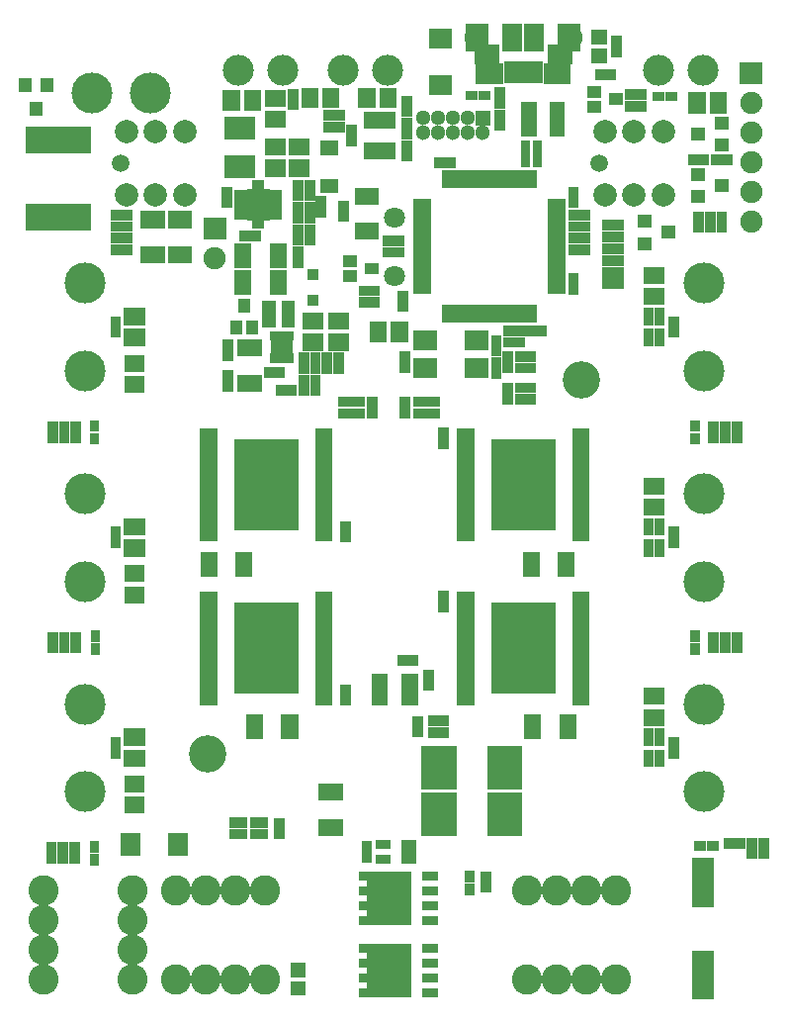
<source format=gbr>
G04 start of page 10 for group -4063 idx -4063 *
G04 Title: (unknown), componentmask *
G04 Creator: pcb 1.99z *
G04 CreationDate: Tue 02 Sep 2014 22:15:35 GMT UTC *
G04 For: rbarlow *
G04 Format: Gerber/RS-274X *
G04 PCB-Dimensions (mm): 85.00 105.00 *
G04 PCB-Coordinate-Origin: lower left *
%MOMM*%
%FSLAX43Y43*%
%LNTOPMASK*%
%ADD183R,1.900X1.900*%
%ADD182R,1.500X1.500*%
%ADD181R,3.830X3.830*%
%ADD180R,3.000X3.000*%
%ADD179R,1.150X1.150*%
%ADD178R,5.500X5.500*%
%ADD177R,1.200X1.200*%
%ADD176R,1.300X1.300*%
%ADD175R,1.250X1.250*%
%ADD174R,0.750X0.750*%
%ADD173R,1.650X1.650*%
%ADD172R,1.925X1.925*%
%ADD171R,1.675X1.675*%
%ADD170R,1.760X1.760*%
%ADD169R,1.700X1.700*%
%ADD168R,0.800X0.800*%
%ADD167R,0.950X0.950*%
%ADD166R,0.900X0.900*%
%ADD165R,0.550X0.550*%
%ADD164R,1.210X1.210*%
%ADD163R,1.950X1.950*%
%ADD162R,1.450X1.450*%
%ADD161R,2.300X2.300*%
%ADD160R,1.100X1.100*%
%ADD159R,0.700X0.700*%
%ADD158R,1.000X1.000*%
%ADD157R,0.600X0.600*%
%ADD156R,0.920X0.920*%
%ADD155C,1.500*%
%ADD154C,2.000*%
%ADD153C,3.200*%
%ADD152C,2.600*%
%ADD151C,1.800*%
%ADD150C,2.650*%
%ADD149C,1.400*%
%ADD148C,1.900*%
%ADD147C,0.002*%
%ADD146C,1.300*%
%ADD145C,3.500*%
G54D145*X69000Y29250D03*
Y36750D03*
Y65250D03*
Y72750D03*
Y47250D03*
Y54750D03*
G54D146*X47500Y86900D03*
Y85630D03*
X46230Y86900D03*
Y85630D03*
G54D147*G36*
X49390Y87550D02*Y86250D01*
X50690D01*
Y87550D01*
X49390D01*
G37*
G54D146*X50040Y85630D03*
X48770Y86900D03*
Y85630D03*
G54D148*X49400Y93750D03*
G54D149*X51075Y90670D03*
G54D146*X44960Y86900D03*
G54D150*X32905Y91000D03*
X29095D03*
X41905D03*
X38095D03*
G54D146*X44960Y85630D03*
G54D147*G36*
X26150Y78390D02*Y76490D01*
X28050D01*
Y78390D01*
X26150D01*
G37*
G54D151*X42500Y78400D03*
Y73400D03*
G54D145*X16000Y54750D03*
Y47250D03*
Y72750D03*
Y65250D03*
G54D148*X27100Y74900D03*
G54D145*X16000Y36750D03*
Y29250D03*
G54D152*X12390Y13190D03*
Y15730D03*
Y18270D03*
Y20810D03*
X20010Y13190D03*
X23790D03*
X26330D03*
X28870D03*
X31410D03*
X20010Y15730D03*
Y18270D03*
G54D153*X26500Y32500D03*
G54D152*X20010Y20810D03*
X23790D03*
X26330D03*
X28870D03*
X31410D03*
X53790D03*
X56330D03*
X58870D03*
X61410D03*
X53790Y13190D03*
X56330D03*
X58870D03*
X61410D03*
G54D147*G36*
X72050Y91690D02*Y89790D01*
X73950D01*
Y91690D01*
X72050D01*
G37*
G54D148*X57600Y93750D03*
G54D149*X55925Y90670D03*
G54D150*X68905Y91000D03*
X65095D03*
G54D148*X73000Y88200D03*
Y85660D03*
Y83120D03*
Y80580D03*
Y78040D03*
G54D154*X65500Y80300D03*
X63000D03*
X60500D03*
G54D155*X60000Y83000D03*
G54D153*X58500Y64500D03*
G54D154*X65500Y85700D03*
X63000D03*
X60500D03*
X24500Y80300D03*
Y85700D03*
G54D155*X19000Y83000D03*
G54D154*X22000Y80300D03*
X19500D03*
X22000Y85700D03*
X19500D03*
G54D145*X21600Y89000D03*
X16600D03*
G54D156*X58749Y75600D02*X58751D01*
X57849D02*X57851D01*
X58749Y76600D02*X58751D01*
X57849D02*X57851D01*
G54D157*X55900Y77150D02*X56800D01*
X55900Y72150D02*X56800D01*
X55900Y72650D02*X56800D01*
X55900Y73150D02*X56800D01*
G54D156*X57800Y73151D02*Y73149D01*
G54D157*X55900Y73650D02*X56800D01*
X55900Y74150D02*X56800D01*
X55900Y74650D02*X56800D01*
X55900Y75150D02*X56800D01*
X55900Y75650D02*X56800D01*
X55900Y76150D02*X56800D01*
X55900Y76650D02*X56800D01*
G54D158*X56250Y85850D02*X56550D01*
X56250Y86800D02*X56550D01*
X56250Y87750D02*X56550D01*
X59450Y87850D02*X59650D01*
X53850Y87750D02*X54150D01*
X53850Y86800D02*X54150D01*
X53850Y85850D02*X54150D01*
G54D159*X53650Y84600D02*X53750D01*
G54D157*X53600Y84050D02*X53800D01*
X53600Y83550D02*X53800D01*
G54D159*X53650Y83000D02*X53750D01*
G54D157*X53850Y82100D02*Y81200D01*
G54D159*X54650Y84600D02*X54750D01*
G54D157*X54600Y84050D02*X54800D01*
X54600Y83550D02*X54800D01*
G54D159*X54650Y83000D02*X54750D01*
G54D157*X54350Y82100D02*Y81200D01*
G54D156*X58749Y78600D02*X58751D01*
X57849D02*X57851D01*
X58749Y77600D02*X58751D01*
X57849D02*X57851D01*
G54D157*X55900Y77650D02*X56800D01*
X55900Y78150D02*X56800D01*
X55900Y78650D02*X56800D01*
X55900Y79150D02*X56800D01*
X55900Y79650D02*X56800D01*
G54D156*X57800Y79651D02*Y79649D01*
Y80551D02*Y80549D01*
G54D160*X12750Y89750D02*Y89650D01*
X10850Y89750D02*Y89650D01*
X11800Y87750D02*Y87650D01*
G54D161*X12050Y85000D02*X15350D01*
X12050Y78400D02*X15350D01*
G54D156*X18649Y75600D02*X18651D01*
X19549D02*X19551D01*
X19549Y78600D02*X19551D01*
X18649D02*X18651D01*
X18649Y76600D02*X18651D01*
X19549D02*X19551D01*
X18649Y77600D02*X18651D01*
X19549D02*X19551D01*
G54D162*X23775Y78200D02*X24425D01*
X23775Y75200D02*X24425D01*
X21475Y78200D02*X22125D01*
X21475Y75200D02*X22125D01*
G54D156*X33800Y88951D02*Y88949D01*
Y88051D02*Y88049D01*
G54D162*X35200Y88750D02*Y88450D01*
X32150Y86800D02*X32450D01*
X32150Y88600D02*X32450D01*
X28500Y88550D02*Y88250D01*
X30300Y88550D02*Y88250D01*
G54D163*X28875Y86050D02*X29525D01*
G54D156*X37749Y87100D02*X37751D01*
X36849D02*X36851D01*
G54D162*X37000Y88750D02*Y88450D01*
G54D163*X28875Y82750D02*X29525D01*
G54D162*X32150Y82600D02*X32450D01*
X32150Y84400D02*X32450D01*
X34150D02*X34450D01*
X34150Y82600D02*X34450D01*
G54D156*X35200Y81151D02*Y81149D01*
X34200Y81151D02*Y81149D01*
X38800Y85851D02*Y85849D01*
X37749Y86100D02*X37751D01*
X36849D02*X36851D01*
X38800Y84951D02*Y84949D01*
G54D164*X36745Y84335D02*X37055D01*
G54D156*X38100Y78451D02*Y78449D01*
Y79351D02*Y79349D01*
G54D164*X36745Y81065D02*X37055D01*
G54D156*X36200Y79751D02*Y79749D01*
Y78851D02*Y78849D01*
X35200Y80251D02*Y80249D01*
X34200Y80251D02*Y80249D01*
X35200Y79251D02*Y79249D01*
Y78351D02*Y78349D01*
X34200Y78351D02*Y78349D01*
Y79251D02*Y79249D01*
G54D165*X31975Y80000D02*X32575D01*
X31975Y80500D02*X32575D01*
G54D162*X32500Y75425D02*Y74775D01*
X29500Y75425D02*Y74775D01*
G54D156*X30549Y76800D02*X30551D01*
X29649D02*X29651D01*
X34200Y76451D02*Y76449D01*
G54D158*X38550Y74650D02*X38750D01*
X38550Y73350D02*X38750D01*
G54D156*X34200Y75451D02*Y75449D01*
Y74551D02*Y74549D01*
X35200Y76451D02*Y76449D01*
X34200Y77351D02*Y77349D01*
X35200Y77351D02*Y77349D01*
G54D162*X32500Y73125D02*Y72475D01*
G54D166*X35500Y73501D02*Y73499D01*
G54D162*X29500Y73125D02*Y72475D01*
G54D156*X28100Y80551D02*Y80549D01*
Y79651D02*Y79649D01*
G54D165*X29025Y78500D02*X29625D01*
X29025Y79000D02*X29625D01*
X29025Y79500D02*X29625D01*
X29025Y80000D02*X29625D01*
X29025Y80500D02*X29625D01*
X31975Y78500D02*X32575D01*
X31975Y79000D02*X32575D01*
X31975Y79500D02*X32575D01*
G54D163*X30800Y79875D02*Y79125D01*
G54D165*X31050Y81275D02*Y77725D01*
X30550Y81275D02*Y77725D01*
X31050Y81225D02*Y80975D01*
X30550Y81225D02*Y80975D01*
G54D167*X31250Y80300D02*Y79950D01*
X30350Y80300D02*Y79950D01*
X31250Y79050D02*Y78700D01*
X30350Y79050D02*Y78700D01*
G54D165*X31050Y78025D02*Y77775D01*
X30550Y78025D02*Y77775D01*
G54D168*X50050Y88800D02*X50250D01*
X48950D02*X49150D01*
G54D156*X43500Y87451D02*Y87449D01*
G54D169*X46280Y89700D02*X46520D01*
G54D156*X51500Y88151D02*Y88149D01*
Y89051D02*Y89049D01*
X43500Y88351D02*Y88349D01*
G54D169*X46280Y93700D02*X46520D01*
G54D170*X50330Y90670D02*X50870D01*
G54D171*X54437Y94113D02*Y93387D01*
G54D172*X57437Y93988D02*Y93513D01*
G54D173*X56387Y92325D02*X56862D01*
G54D156*X51500Y87151D02*Y87149D01*
G54D171*X52563Y94113D02*Y93387D01*
G54D172*X49563Y93988D02*Y93513D01*
G54D173*X50138Y92325D02*X50613D01*
G54D159*X52200Y91400D02*Y90200D01*
X52850Y91400D02*Y90200D01*
G54D170*X56130Y90670D02*X56670D01*
G54D159*X54150Y91400D02*Y90200D01*
X54800Y91400D02*Y90200D01*
G54D156*X43500Y86451D02*Y86449D01*
Y85551D02*Y85549D01*
Y83651D02*Y83649D01*
Y84551D02*Y84549D01*
G54D162*X41900Y88750D02*Y88450D01*
X40100Y88750D02*Y88450D01*
G54D174*X40225Y84425D02*Y83775D01*
X40875Y84425D02*Y83775D01*
X41525Y84425D02*Y83775D01*
X42175Y84425D02*Y83775D01*
X40225Y87025D02*Y86375D01*
X40875Y87025D02*Y86375D01*
X41525Y87025D02*Y86375D01*
X42175Y87025D02*Y86375D01*
G54D158*X40450Y74000D02*X40650D01*
G54D157*X44400Y73650D02*X45300D01*
X44400Y73150D02*X45300D01*
X44400Y72650D02*X45300D01*
X44400Y72150D02*X45300D01*
G54D156*X42849Y75400D02*X42851D01*
X41949D02*X41951D01*
X42849Y76400D02*X42851D01*
X41949D02*X41951D01*
G54D162*X39775Y77200D02*X40425D01*
X39775Y80200D02*X40425D01*
G54D156*X51500Y86251D02*Y86249D01*
G54D159*X53500Y91400D02*Y90200D01*
G54D157*X53350Y82100D02*Y81200D01*
X52850Y82100D02*Y81200D01*
X52350Y82100D02*Y81200D01*
X51850Y82100D02*Y81200D01*
X51350Y82100D02*Y81200D01*
X50850Y82100D02*Y81200D01*
X50350Y82100D02*Y81200D01*
X49850Y82100D02*Y81200D01*
X49350Y82100D02*Y81200D01*
X48850Y82100D02*Y81200D01*
X48350Y82100D02*Y81200D01*
X47850Y82100D02*Y81200D01*
X47350Y82100D02*Y81200D01*
X46850Y82100D02*Y81200D01*
G54D156*X47249Y83100D02*X47251D01*
X46349D02*X46351D01*
G54D157*X44400Y79650D02*X45300D01*
X44400Y79150D02*X45300D01*
X44400Y78650D02*X45300D01*
X44400Y78150D02*X45300D01*
X44400Y77650D02*X45300D01*
X44400Y77150D02*X45300D01*
X44400Y76650D02*X45300D01*
X44400Y76150D02*X45300D01*
X44400Y75650D02*X45300D01*
X44400Y75150D02*X45300D01*
X44400Y74650D02*X45300D01*
X44400Y74150D02*X45300D01*
G54D156*X70049Y83300D02*X70051D01*
G54D166*X69900Y88675D02*X70500D01*
X69900Y87725D02*X70500D01*
G54D160*X70450Y84550D02*X70550D01*
X70450Y86450D02*X70550D01*
X70450Y81100D02*X70550D01*
G54D156*X70949Y83300D02*X70951D01*
X68049D02*X68051D01*
G54D166*X68100Y88675D02*X68700D01*
X68100Y87725D02*X68700D01*
G54D168*X66100Y88750D02*X66300D01*
X65000D02*X65200D01*
G54D160*X68450Y85500D02*X68550D01*
G54D156*X68949Y83300D02*X68951D01*
G54D160*X68450Y82050D02*X68550D01*
X68450Y80150D02*X68550D01*
G54D156*X61649Y75700D02*X61651D01*
X60749D02*X60751D01*
X61649Y74700D02*X61651D01*
X61649Y76700D02*X61651D01*
X60749D02*X60751D01*
X61649Y77700D02*X61651D01*
X60749D02*X60751D01*
X61649Y72700D02*X61651D01*
X60749D02*X60751D01*
X60749Y73700D02*X60751D01*
X61649D02*X61651D01*
X60749Y74700D02*X60751D01*
G54D158*X59450Y89150D02*X59650D01*
X61350Y88500D02*X61550D01*
G54D175*X59975Y93800D02*X60025D01*
G54D156*X61500Y92551D02*Y92549D01*
Y93451D02*Y93449D01*
G54D175*X59975Y92200D02*X60025D01*
G54D156*X60099Y90600D02*X60101D01*
X60999D02*X61001D01*
X62699Y88900D02*X62701D01*
X63599D02*X63601D01*
X62699Y87900D02*X62701D01*
X63599D02*X63601D01*
G54D160*X65850Y77100D02*X65950D01*
G54D156*X68500Y77551D02*Y77549D01*
Y78451D02*Y78449D01*
X69500Y77551D02*Y77549D01*
Y78451D02*Y78449D01*
X70500Y77551D02*Y77549D01*
Y78451D02*Y78449D01*
G54D160*X63850Y78050D02*X63950D01*
X63850Y76150D02*X63950D01*
G54D162*X64550Y73400D02*X64850D01*
X26600Y49025D02*Y48375D01*
X29600Y49025D02*Y48375D01*
G54D166*X26267Y56700D02*X26867D01*
X26267Y55900D02*X26867D01*
X26267Y55100D02*X26867D01*
X26267Y54300D02*X26867D01*
G54D176*X29550Y55850D02*Y55150D01*
Y58600D02*Y57900D01*
G54D166*X26267Y53500D02*X26867D01*
X26267Y52700D02*X26867D01*
G54D176*X29550Y53100D02*Y52400D01*
G54D166*X26267Y51900D02*X26867D01*
X26267Y51100D02*X26867D01*
X19725Y52200D02*Y51600D01*
X20675Y52200D02*Y51600D01*
X19725Y50400D02*Y49800D01*
X20675Y50400D02*Y49800D01*
G54D162*X20050Y47900D02*X20350D01*
X20050Y46100D02*X20350D01*
G54D168*X16800Y60650D02*Y60450D01*
Y59550D02*Y59350D01*
G54D162*X20050Y65900D02*X20350D01*
X20050Y64100D02*X20350D01*
G54D156*X18600Y68551D02*Y68549D01*
Y69451D02*Y69449D01*
G54D166*X19725Y70200D02*Y69600D01*
Y68400D02*Y67800D01*
X20675Y68400D02*Y67800D01*
Y70200D02*Y69600D01*
G54D156*X13200Y60451D02*Y60449D01*
Y59551D02*Y59549D01*
X14200Y60451D02*Y60449D01*
Y59551D02*Y59549D01*
X15200Y59551D02*Y59549D01*
Y60451D02*Y60449D01*
X37700Y65451D02*Y65449D01*
Y66351D02*Y66349D01*
G54D162*X37550Y67700D02*X37850D01*
X37550Y69500D02*X37850D01*
G54D156*X35700Y65451D02*Y65449D01*
G54D162*X29775Y64200D02*X30425D01*
G54D156*X31749Y65100D02*X31751D01*
X32649D02*X32651D01*
G54D162*X29775Y67200D02*X30425D01*
G54D165*X32050Y66475D02*Y66225D01*
X32550Y66475D02*Y66225D01*
X32050Y68375D02*Y68125D01*
X32550Y68375D02*Y68125D01*
G54D158*X30250Y69050D02*Y68850D01*
G54D177*X32450Y67300D02*X33150D01*
G54D158*X32500D02*X33100D01*
G54D156*X32749Y63600D02*X32751D01*
X28200Y67451D02*Y67449D01*
G54D158*X28950Y69050D02*Y68850D01*
G54D156*X28200Y66551D02*Y66549D01*
Y64851D02*Y64849D01*
Y63951D02*Y63949D01*
X35700Y66351D02*Y66349D01*
G54D162*X35350Y67700D02*X35650D01*
X35350Y69500D02*X35650D01*
G54D156*X36700Y65451D02*Y65449D01*
X35700Y64451D02*Y64449D01*
X36700Y66351D02*Y66349D01*
G54D165*X33050Y66475D02*Y66225D01*
X33550Y66475D02*Y66225D01*
G54D156*X34700Y66351D02*Y66349D01*
G54D165*X33050Y68375D02*Y68125D01*
X33550Y68375D02*Y68125D01*
G54D156*X35700Y63551D02*Y63549D01*
X34700Y65451D02*Y65449D01*
Y64451D02*Y64449D01*
Y63551D02*Y63549D01*
X33649Y63600D02*X33651D01*
X18600Y50551D02*Y50549D01*
Y51451D02*Y51449D01*
G54D168*X16850Y42650D02*Y42450D01*
Y41550D02*Y41350D01*
G54D156*X13200Y42451D02*Y42449D01*
Y41551D02*Y41549D01*
X14200Y42451D02*Y42449D01*
Y41551D02*Y41549D01*
X15200Y41551D02*Y41549D01*
Y42451D02*Y42449D01*
X32600Y25651D02*Y25649D01*
Y26551D02*Y26549D01*
G54D162*X36675Y26200D02*X37325D01*
X36675Y29200D02*X37325D01*
G54D175*X34175Y14000D02*X34225D01*
X34175Y12400D02*X34225D01*
G54D169*X23900Y24820D02*Y24580D01*
G54D166*X30600Y26575D02*X31200D01*
X28800D02*X29400D01*
X28800Y25625D02*X29400D01*
X30600D02*X31200D01*
G54D162*X30500Y35125D02*Y34475D01*
X33500Y35125D02*Y34475D01*
G54D166*X26267Y41900D02*X26867D01*
X26267Y41100D02*X26867D01*
X26267Y40300D02*X26867D01*
X26267Y39500D02*X26867D01*
X26267Y38700D02*X26867D01*
X26267Y37900D02*X26867D01*
X26267Y37100D02*X26867D01*
G54D176*X29550Y39100D02*Y38400D01*
G54D156*X38300Y37951D02*Y37949D01*
Y37051D02*Y37049D01*
G54D178*X31500Y42650D02*Y40350D01*
G54D176*X33450Y39100D02*Y38400D01*
Y41850D02*Y41150D01*
X31500Y39100D02*Y38400D01*
Y41850D02*Y41150D01*
X33450Y44600D02*Y43900D01*
X31500Y44600D02*Y43900D01*
X29550Y41850D02*Y41150D01*
Y44600D02*Y43900D01*
G54D169*X19900Y24820D02*Y24580D01*
G54D156*X18600Y32551D02*Y32549D01*
Y33451D02*Y33449D01*
G54D166*X19725Y34200D02*Y33600D01*
Y32400D02*Y31800D01*
G54D162*X20050Y29900D02*X20350D01*
G54D166*X20675Y32400D02*Y31800D01*
Y34200D02*Y33600D01*
G54D162*X20050Y28100D02*X20350D01*
G54D156*X15100Y24451D02*Y24449D01*
G54D168*X16800Y24650D02*Y24450D01*
Y23550D02*Y23350D01*
G54D156*X13100Y24451D02*Y24449D01*
Y23551D02*Y23549D01*
X14100Y24451D02*Y24449D01*
Y23551D02*Y23549D01*
X15100Y23551D02*Y23549D01*
X66400Y51451D02*Y51449D01*
Y50551D02*Y50549D01*
G54D157*X44950Y61700D02*Y61500D01*
G54D168*X68200Y60650D02*Y60450D01*
Y59550D02*Y59350D01*
G54D156*X46700Y59951D02*Y59949D01*
G54D166*X58133Y59900D02*X58733D01*
X58133Y59100D02*X58733D01*
G54D156*X46700Y45051D02*Y45049D01*
Y45951D02*Y45949D01*
G54D166*X48267Y45900D02*X48867D01*
X48267Y45100D02*X48867D01*
X48267Y44300D02*X48867D01*
X58133D02*X58733D01*
X58133Y45100D02*X58733D01*
X58133Y45900D02*X58733D01*
X58133Y51900D02*X58733D01*
X58133Y52700D02*X58733D01*
X58133Y53500D02*X58733D01*
X58133Y54300D02*X58733D01*
G54D176*X51550Y53100D02*Y52400D01*
X53500Y53100D02*Y52400D01*
X55450Y53100D02*Y52400D01*
G54D162*X64550Y53600D02*X64850D01*
G54D166*X64225Y52200D02*Y51600D01*
Y50400D02*Y49800D01*
X65175Y50400D02*Y49800D01*
Y52200D02*Y51600D01*
G54D162*X64550Y55400D02*X64850D01*
G54D166*X58133Y55100D02*X58733D01*
X58133Y55900D02*X58733D01*
X58133Y56700D02*X58733D01*
X58133Y57500D02*X58733D01*
X58133Y58300D02*X58733D01*
G54D178*X53500Y56650D02*Y54350D01*
G54D176*X51550Y55850D02*Y55150D01*
X53500Y55850D02*Y55150D01*
X55450Y55850D02*Y55150D01*
X51550Y58600D02*Y57900D01*
X53500Y58600D02*Y57900D01*
X55450Y58600D02*Y57900D01*
G54D156*X66400Y69451D02*Y69449D01*
G54D162*X64550Y71600D02*X64850D01*
G54D156*X66400Y68551D02*Y68549D01*
X71800Y60451D02*Y60449D01*
Y59551D02*Y59549D01*
X70800Y60451D02*Y60449D01*
Y59551D02*Y59549D01*
X69800Y59551D02*Y59549D01*
Y60451D02*Y60449D01*
G54D162*X57200Y49025D02*Y48375D01*
X54200Y49025D02*Y48375D01*
G54D166*X58133Y51100D02*X58733D01*
G54D157*X52850Y70600D02*Y69700D01*
X53350Y70600D02*Y69700D01*
X53850Y70600D02*Y69700D01*
X54350Y70600D02*Y69700D01*
G54D156*X57800Y72251D02*Y72249D01*
G54D166*X26267Y59900D02*X26867D01*
X26267Y59100D02*X26867D01*
X26267Y58300D02*X26867D01*
X26267Y57500D02*X26867D01*
G54D159*X44400Y61650D02*Y61550D01*
G54D156*X43400Y61651D02*Y61649D01*
Y62551D02*Y62549D01*
G54D159*X39600Y62650D02*Y62550D01*
G54D157*X39050Y62700D02*Y62500D01*
G54D159*X39600Y61650D02*Y61550D01*
G54D156*X40600Y61651D02*Y61649D01*
Y62551D02*Y62549D01*
G54D157*X38550Y62700D02*Y62500D01*
G54D159*X38000Y62650D02*Y62550D01*
G54D157*X39050Y61700D02*Y61500D01*
X38550Y61700D02*Y61500D01*
G54D159*X38000Y61650D02*Y61550D01*
G54D166*X36133Y57500D02*X36733D01*
X36133Y58300D02*X36733D01*
X36133Y59100D02*X36733D01*
X36133Y59900D02*X36733D01*
G54D156*X38300Y51951D02*Y51949D01*
Y51051D02*Y51049D01*
G54D166*X36133Y51100D02*X36733D01*
X36133Y51900D02*X36733D01*
X36133Y52700D02*X36733D01*
X36133Y53500D02*X36733D01*
X36133Y54300D02*X36733D01*
X36133Y55100D02*X36733D01*
X36133Y55900D02*X36733D01*
X36133Y56700D02*X36733D01*
G54D178*X31500Y56650D02*Y54350D01*
G54D166*X36133Y44300D02*X36733D01*
X36133Y45100D02*X36733D01*
X36133Y45900D02*X36733D01*
X26267D02*X26867D01*
X26267Y45100D02*X26867D01*
X26267Y44300D02*X26867D01*
X26267Y43500D02*X26867D01*
X26267Y42700D02*X26867D01*
G54D162*X41100Y68750D02*Y68450D01*
X42900Y68750D02*Y68450D01*
G54D176*X33450Y53100D02*Y52400D01*
X31500Y53100D02*Y52400D01*
X33450Y55850D02*Y55150D01*
Y58600D02*Y57900D01*
X31500Y55850D02*Y55150D01*
Y58600D02*Y57900D01*
G54D156*X43400Y66451D02*Y66449D01*
Y65551D02*Y65549D01*
G54D157*X50850Y70600D02*Y69700D01*
X51350Y70600D02*Y69700D01*
X51850Y70600D02*Y69700D01*
X52350Y70600D02*Y69700D01*
G54D159*X46000Y62650D02*Y62550D01*
G54D157*X45450Y62700D02*Y62500D01*
X44950Y62700D02*Y62500D01*
G54D159*X44400Y62650D02*Y62550D01*
X46000Y61650D02*Y61550D01*
G54D157*X45450Y61700D02*Y61500D01*
G54D166*X48267Y59900D02*X48867D01*
G54D169*X44900Y67900D02*X45300D01*
X44900Y65500D02*X45300D01*
G54D156*X51200Y66951D02*Y66949D01*
Y67851D02*Y67849D01*
G54D166*X48267Y59100D02*X48867D01*
X48267Y58300D02*X48867D01*
X48267Y57500D02*X48867D01*
X48267Y56700D02*X48867D01*
X48267Y55900D02*X48867D01*
X48267Y55100D02*X48867D01*
X48267Y54300D02*X48867D01*
X48267Y53500D02*X48867D01*
X48267Y52700D02*X48867D01*
X48267Y51900D02*X48867D01*
X48267Y51100D02*X48867D01*
G54D157*X46850Y70600D02*Y69700D01*
X47350Y70600D02*Y69700D01*
X47850Y70600D02*Y69700D01*
X48350Y70600D02*Y69700D01*
X48850Y70600D02*Y69700D01*
X49350Y70600D02*Y69700D01*
X49850Y70600D02*Y69700D01*
X50350Y70600D02*Y69700D01*
G54D179*X31725Y70675D02*Y69525D01*
X33375Y70675D02*Y69525D01*
G54D166*X35500Y71301D02*Y71299D01*
G54D156*X43200Y71651D02*Y71649D01*
Y70751D02*Y70749D01*
X39849Y71100D02*X39851D01*
X40749D02*X40751D01*
X39849Y72100D02*X39851D01*
X40749D02*X40751D01*
G54D158*X29600Y70950D02*Y70750D01*
G54D166*X64225Y70200D02*Y69600D01*
Y68400D02*Y67800D01*
X65175Y68400D02*Y67800D01*
Y70200D02*Y69600D01*
G54D156*X46700Y59051D02*Y59049D01*
X51200Y65051D02*Y65049D01*
G54D169*X49300Y67900D02*X49700D01*
X49300Y65500D02*X49700D01*
G54D156*X51200Y65951D02*Y65949D01*
X52200Y66451D02*Y66449D01*
Y65551D02*Y65549D01*
X55049Y68700D02*X55051D01*
X54149D02*X54151D01*
X52249Y67700D02*X52251D01*
X53149D02*X53151D01*
X52249Y68700D02*X52251D01*
X53149D02*X53151D01*
X53249Y62800D02*X53251D01*
X54149D02*X54151D01*
X54149Y63800D02*X54151D01*
X53249D02*X53251D01*
X52200Y62851D02*Y62849D01*
Y63751D02*Y63749D01*
X53249Y66500D02*X53251D01*
X54149D02*X54151D01*
X54149Y65500D02*X54151D01*
X53249D02*X53251D01*
X50300Y21051D02*Y21049D01*
Y21951D02*Y21949D01*
G54D180*X51925Y27675D02*Y26925D01*
G54D168*X48900Y22050D02*Y21850D01*
Y20950D02*Y20750D01*
G54D174*X45230Y20735D02*X45860D01*
X45230Y22005D02*X45860D01*
X45230Y11995D02*X45860D01*
X45230Y13265D02*X45860D01*
X45230Y14535D02*X45860D01*
X45230Y15805D02*X45860D01*
G54D181*X42000Y14265D02*Y13535D01*
G54D182*X42995Y12900D02*Y12530D01*
X40995Y12900D02*Y12530D01*
G54D174*X39805Y15805D02*X40355D01*
X39805Y14535D02*X40355D01*
X39805Y13265D02*X40355D01*
G54D182*X42995Y15270D02*Y14900D01*
X40995Y15270D02*Y14900D01*
G54D174*X45230Y18195D02*X45860D01*
X45230Y19465D02*X45860D01*
X39805Y11995D02*X40355D01*
X39805Y22005D02*X40355D01*
X39805Y20735D02*X40355D01*
X39805Y19465D02*X40355D01*
X39805Y18195D02*X40355D01*
G54D181*X42000Y20465D02*Y19735D01*
G54D182*X42995Y19100D02*Y18730D01*
Y21470D02*Y21100D01*
X40995Y19100D02*Y18730D01*
Y21470D02*Y21100D01*
G54D156*X40100Y23651D02*Y23649D01*
G54D174*X41250Y23450D02*X41750D01*
G54D156*X40100Y24551D02*Y24549D01*
G54D174*X41250Y24750D02*X41750D01*
X43450Y23450D02*X43950D01*
X43450Y24100D02*X43950D01*
X43450Y24750D02*X43950D01*
G54D180*X46275Y27675D02*Y26925D01*
Y31675D02*Y30925D01*
G54D156*X44500Y34351D02*Y34349D01*
Y35251D02*Y35249D01*
X45799Y34300D02*X45801D01*
X45799Y35300D02*X45801D01*
X46699Y34300D02*X46701D01*
X46699Y35300D02*X46701D01*
G54D174*X40875Y37000D02*X41525D01*
X40875Y37650D02*X41525D01*
X40875Y38300D02*X41525D01*
X40875Y38950D02*X41525D01*
X43475Y37000D02*X44125D01*
X43475Y37650D02*X44125D01*
X43475Y38300D02*X44125D01*
X43475Y38950D02*X44125D01*
G54D156*X45400Y38351D02*Y38349D01*
Y39251D02*Y39249D01*
X43149Y40500D02*X43151D01*
X44049D02*X44051D01*
G54D166*X48267Y43500D02*X48867D01*
X48267Y42700D02*X48867D01*
X48267Y41900D02*X48867D01*
X48267Y41100D02*X48867D01*
X48267Y40300D02*X48867D01*
X48267Y39500D02*X48867D01*
X48267Y38700D02*X48867D01*
X48267Y37900D02*X48867D01*
X48267Y37100D02*X48867D01*
G54D180*X51925Y31675D02*Y30925D01*
G54D162*X54300Y35125D02*Y34475D01*
X57300Y35125D02*Y34475D01*
G54D166*X58133Y37100D02*X58733D01*
X58133Y37900D02*X58733D01*
X58133Y38700D02*X58733D01*
X58133Y39500D02*X58733D01*
X58133Y40300D02*X58733D01*
X58133Y41100D02*X58733D01*
X58133Y41900D02*X58733D01*
X58133Y42700D02*X58733D01*
X58133Y43500D02*X58733D01*
G54D176*X51550Y44600D02*Y43900D01*
X53500Y44600D02*Y43900D01*
G54D178*Y42650D02*Y40350D01*
G54D176*X51550Y41850D02*Y41150D01*
Y39100D02*Y38400D01*
X53500Y41850D02*Y41150D01*
X55450Y39100D02*Y38400D01*
X53500Y39100D02*Y38400D01*
X55450Y44600D02*Y43900D01*
Y41850D02*Y41150D01*
G54D166*X36133Y37100D02*X36733D01*
X36133Y37900D02*X36733D01*
X36133Y38700D02*X36733D01*
X36133Y39500D02*X36733D01*
X36133Y40300D02*X36733D01*
X36133Y41100D02*X36733D01*
X36133Y41900D02*X36733D01*
X36133Y42700D02*X36733D01*
X36133Y43500D02*X36733D01*
G54D183*X68900Y22600D02*Y20300D01*
Y14700D02*Y12400D01*
G54D168*X69650Y24600D02*X69850D01*
X68550D02*X68750D01*
G54D156*X66400Y33451D02*Y33449D01*
Y32551D02*Y32549D01*
G54D168*X68200Y42650D02*Y42450D01*
Y41550D02*Y41350D01*
G54D162*X64550Y35600D02*X64850D01*
X64550Y37400D02*X64850D01*
G54D166*X64225Y34200D02*Y33600D01*
Y32400D02*Y31800D01*
X65175Y32400D02*Y31800D01*
Y34200D02*Y33600D01*
G54D156*X71800Y42451D02*Y42449D01*
Y41551D02*Y41549D01*
X70800Y42451D02*Y42449D01*
Y41551D02*Y41549D01*
X69800Y41551D02*Y41549D01*
Y42451D02*Y42449D01*
X72049Y24800D02*X72051D01*
X71149D02*X71151D01*
X74100Y23951D02*Y23949D01*
Y24851D02*Y24849D01*
X73100Y23951D02*Y23949D01*
Y24851D02*Y24849D01*
M02*

</source>
